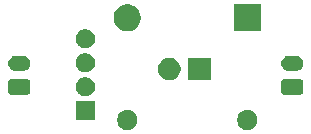
<source format=gbr>
G04 #@! TF.GenerationSoftware,KiCad,Pcbnew,(5.1.5)-3*
G04 #@! TF.CreationDate,2020-06-19T18:53:09+01:00*
G04 #@! TF.ProjectId,gardenlight,67617264-656e-46c6-9967-68742e6b6963,1.0.1*
G04 #@! TF.SameCoordinates,Original*
G04 #@! TF.FileFunction,Soldermask,Bot*
G04 #@! TF.FilePolarity,Negative*
%FSLAX46Y46*%
G04 Gerber Fmt 4.6, Leading zero omitted, Abs format (unit mm)*
G04 Created by KiCad (PCBNEW (5.1.5)-3) date 2020-06-19 18:53:09*
%MOMM*%
%LPD*%
G04 APERTURE LIST*
%ADD10C,0.150000*%
G04 APERTURE END LIST*
D10*
G36*
X109722169Y-91637895D02*
G01*
X109877005Y-91702031D01*
X110016354Y-91795140D01*
X110134860Y-91913646D01*
X110227969Y-92052995D01*
X110292105Y-92207831D01*
X110324800Y-92372203D01*
X110324800Y-92539797D01*
X110292105Y-92704169D01*
X110227969Y-92859005D01*
X110134860Y-92998354D01*
X110016354Y-93116860D01*
X109877005Y-93209969D01*
X109722169Y-93274105D01*
X109557797Y-93306800D01*
X109390203Y-93306800D01*
X109225831Y-93274105D01*
X109070995Y-93209969D01*
X108931646Y-93116860D01*
X108813140Y-92998354D01*
X108720031Y-92859005D01*
X108655895Y-92704169D01*
X108623200Y-92539797D01*
X108623200Y-92372203D01*
X108655895Y-92207831D01*
X108720031Y-92052995D01*
X108813140Y-91913646D01*
X108931646Y-91795140D01*
X109070995Y-91702031D01*
X109225831Y-91637895D01*
X109390203Y-91605200D01*
X109557797Y-91605200D01*
X109722169Y-91637895D01*
G37*
G36*
X119882169Y-91637895D02*
G01*
X120037005Y-91702031D01*
X120176354Y-91795140D01*
X120294860Y-91913646D01*
X120387969Y-92052995D01*
X120452105Y-92207831D01*
X120484800Y-92372203D01*
X120484800Y-92539797D01*
X120452105Y-92704169D01*
X120387969Y-92859005D01*
X120294860Y-92998354D01*
X120176354Y-93116860D01*
X120037005Y-93209969D01*
X119882169Y-93274105D01*
X119717797Y-93306800D01*
X119550203Y-93306800D01*
X119385831Y-93274105D01*
X119230995Y-93209969D01*
X119091646Y-93116860D01*
X118973140Y-92998354D01*
X118880031Y-92859005D01*
X118815895Y-92704169D01*
X118783200Y-92539797D01*
X118783200Y-92372203D01*
X118815895Y-92207831D01*
X118880031Y-92052995D01*
X118973140Y-91913646D01*
X119091646Y-91795140D01*
X119230995Y-91702031D01*
X119385831Y-91637895D01*
X119550203Y-91605200D01*
X119717797Y-91605200D01*
X119882169Y-91637895D01*
G37*
G36*
X106730800Y-92506800D02*
G01*
X105105200Y-92506800D01*
X105105200Y-90881200D01*
X106730800Y-90881200D01*
X106730800Y-92506800D01*
G37*
G36*
X106155086Y-88880435D02*
G01*
X106303003Y-88941704D01*
X106436134Y-89030660D01*
X106549340Y-89143866D01*
X106638296Y-89276997D01*
X106699565Y-89424914D01*
X106730800Y-89581946D01*
X106730800Y-89742054D01*
X106699565Y-89899086D01*
X106638296Y-90047003D01*
X106549340Y-90180134D01*
X106436134Y-90293340D01*
X106303003Y-90382296D01*
X106155086Y-90443565D01*
X105998054Y-90474800D01*
X105837946Y-90474800D01*
X105680914Y-90443565D01*
X105532997Y-90382296D01*
X105399866Y-90293340D01*
X105286660Y-90180134D01*
X105197704Y-90047003D01*
X105136435Y-89899086D01*
X105105200Y-89742054D01*
X105105200Y-89581946D01*
X105136435Y-89424914D01*
X105197704Y-89276997D01*
X105286660Y-89143866D01*
X105399866Y-89030660D01*
X105532997Y-88941704D01*
X105680914Y-88880435D01*
X105837946Y-88849200D01*
X105998054Y-88849200D01*
X106155086Y-88880435D01*
G37*
G36*
X124175336Y-89016081D02*
G01*
X124220607Y-89029814D01*
X124262319Y-89052110D01*
X124298883Y-89082117D01*
X124328890Y-89118681D01*
X124351186Y-89160393D01*
X124364919Y-89205664D01*
X124369800Y-89255224D01*
X124369800Y-90068776D01*
X124364919Y-90118336D01*
X124351186Y-90163607D01*
X124328890Y-90205319D01*
X124298883Y-90241883D01*
X124262319Y-90271890D01*
X124220607Y-90294186D01*
X124175336Y-90307919D01*
X124125776Y-90312800D01*
X122762224Y-90312800D01*
X122712664Y-90307919D01*
X122667393Y-90294186D01*
X122625681Y-90271890D01*
X122589117Y-90241883D01*
X122559110Y-90205319D01*
X122536814Y-90163607D01*
X122523081Y-90118336D01*
X122518200Y-90068776D01*
X122518200Y-89255224D01*
X122523081Y-89205664D01*
X122536814Y-89160393D01*
X122559110Y-89118681D01*
X122589117Y-89082117D01*
X122625681Y-89052110D01*
X122667393Y-89029814D01*
X122712664Y-89016081D01*
X122762224Y-89011200D01*
X124125776Y-89011200D01*
X124175336Y-89016081D01*
G37*
G36*
X101061336Y-89016081D02*
G01*
X101106607Y-89029814D01*
X101148319Y-89052110D01*
X101184883Y-89082117D01*
X101214890Y-89118681D01*
X101237186Y-89160393D01*
X101250919Y-89205664D01*
X101255800Y-89255224D01*
X101255800Y-90068776D01*
X101250919Y-90118336D01*
X101237186Y-90163607D01*
X101214890Y-90205319D01*
X101184883Y-90241883D01*
X101148319Y-90271890D01*
X101106607Y-90294186D01*
X101061336Y-90307919D01*
X101011776Y-90312800D01*
X99648224Y-90312800D01*
X99598664Y-90307919D01*
X99553393Y-90294186D01*
X99511681Y-90271890D01*
X99475117Y-90241883D01*
X99445110Y-90205319D01*
X99422814Y-90163607D01*
X99409081Y-90118336D01*
X99404200Y-90068776D01*
X99404200Y-89255224D01*
X99409081Y-89205664D01*
X99422814Y-89160393D01*
X99445110Y-89118681D01*
X99475117Y-89082117D01*
X99511681Y-89052110D01*
X99553393Y-89029814D01*
X99598664Y-89016081D01*
X99648224Y-89011200D01*
X101011776Y-89011200D01*
X101061336Y-89016081D01*
G37*
G36*
X116520800Y-89088800D02*
G01*
X114619200Y-89088800D01*
X114619200Y-87187200D01*
X116520800Y-87187200D01*
X116520800Y-89088800D01*
G37*
G36*
X113307338Y-87223738D02*
G01*
X113480373Y-87295412D01*
X113636100Y-87399465D01*
X113768535Y-87531900D01*
X113872588Y-87687627D01*
X113944262Y-87860662D01*
X113980800Y-88044354D01*
X113980800Y-88231646D01*
X113944262Y-88415338D01*
X113872588Y-88588373D01*
X113768535Y-88744100D01*
X113636100Y-88876535D01*
X113480373Y-88980588D01*
X113307338Y-89052262D01*
X113123646Y-89088800D01*
X112936354Y-89088800D01*
X112752662Y-89052262D01*
X112579627Y-88980588D01*
X112423900Y-88876535D01*
X112291465Y-88744100D01*
X112187412Y-88588373D01*
X112115738Y-88415338D01*
X112079200Y-88231646D01*
X112079200Y-88044354D01*
X112115738Y-87860662D01*
X112187412Y-87687627D01*
X112291465Y-87531900D01*
X112423900Y-87399465D01*
X112579627Y-87295412D01*
X112752662Y-87223738D01*
X112936354Y-87187200D01*
X113123646Y-87187200D01*
X113307338Y-87223738D01*
G37*
G36*
X106155086Y-86848435D02*
G01*
X106303003Y-86909704D01*
X106436134Y-86998660D01*
X106549340Y-87111866D01*
X106549342Y-87111869D01*
X106549343Y-87111870D01*
X106578721Y-87155837D01*
X106638296Y-87244997D01*
X106699565Y-87392914D01*
X106730800Y-87549946D01*
X106730800Y-87710054D01*
X106699565Y-87867086D01*
X106638296Y-88015003D01*
X106549340Y-88148134D01*
X106436134Y-88261340D01*
X106436131Y-88261342D01*
X106436130Y-88261343D01*
X106392163Y-88290721D01*
X106303003Y-88350296D01*
X106155086Y-88411565D01*
X105998054Y-88442800D01*
X105837946Y-88442800D01*
X105680914Y-88411565D01*
X105532997Y-88350296D01*
X105443837Y-88290721D01*
X105399870Y-88261343D01*
X105399869Y-88261342D01*
X105399866Y-88261340D01*
X105286660Y-88148134D01*
X105197704Y-88015003D01*
X105136435Y-87867086D01*
X105105200Y-87710054D01*
X105105200Y-87549946D01*
X105136435Y-87392914D01*
X105197704Y-87244997D01*
X105257279Y-87155837D01*
X105286657Y-87111870D01*
X105286658Y-87111869D01*
X105286660Y-87111866D01*
X105399866Y-86998660D01*
X105532997Y-86909704D01*
X105680914Y-86848435D01*
X105837946Y-86817200D01*
X105998054Y-86817200D01*
X106155086Y-86848435D01*
G37*
G36*
X100732575Y-87020616D02*
G01*
X100732578Y-87020617D01*
X100732579Y-87020617D01*
X100761343Y-87029343D01*
X100855254Y-87057830D01*
X100911785Y-87088047D01*
X100968314Y-87118262D01*
X100968316Y-87118263D01*
X100968315Y-87118263D01*
X101067411Y-87199589D01*
X101148737Y-87298685D01*
X101209170Y-87411746D01*
X101246384Y-87534425D01*
X101258949Y-87662000D01*
X101246384Y-87789575D01*
X101209170Y-87912254D01*
X101209169Y-87912255D01*
X101148738Y-88025314D01*
X101067411Y-88124411D01*
X100968314Y-88205738D01*
X100919843Y-88231646D01*
X100855254Y-88266170D01*
X100761343Y-88294657D01*
X100732579Y-88303383D01*
X100732578Y-88303383D01*
X100732575Y-88303384D01*
X100636969Y-88312800D01*
X100023031Y-88312800D01*
X99927425Y-88303384D01*
X99927422Y-88303383D01*
X99927421Y-88303383D01*
X99898657Y-88294657D01*
X99804746Y-88266170D01*
X99740157Y-88231646D01*
X99691686Y-88205738D01*
X99592589Y-88124411D01*
X99511262Y-88025314D01*
X99450831Y-87912255D01*
X99450830Y-87912254D01*
X99413616Y-87789575D01*
X99401051Y-87662000D01*
X99413616Y-87534425D01*
X99450830Y-87411746D01*
X99511263Y-87298685D01*
X99592589Y-87199589D01*
X99691685Y-87118263D01*
X99691684Y-87118263D01*
X99691686Y-87118262D01*
X99748215Y-87088047D01*
X99804746Y-87057830D01*
X99898657Y-87029343D01*
X99927421Y-87020617D01*
X99927422Y-87020617D01*
X99927425Y-87020616D01*
X100023031Y-87011200D01*
X100636969Y-87011200D01*
X100732575Y-87020616D01*
G37*
G36*
X123846575Y-87020616D02*
G01*
X123846578Y-87020617D01*
X123846579Y-87020617D01*
X123875343Y-87029343D01*
X123969254Y-87057830D01*
X124025785Y-87088047D01*
X124082314Y-87118262D01*
X124082316Y-87118263D01*
X124082315Y-87118263D01*
X124181411Y-87199589D01*
X124262737Y-87298685D01*
X124323170Y-87411746D01*
X124360384Y-87534425D01*
X124372949Y-87662000D01*
X124360384Y-87789575D01*
X124323170Y-87912254D01*
X124323169Y-87912255D01*
X124262738Y-88025314D01*
X124181411Y-88124411D01*
X124082314Y-88205738D01*
X124033843Y-88231646D01*
X123969254Y-88266170D01*
X123875343Y-88294657D01*
X123846579Y-88303383D01*
X123846578Y-88303383D01*
X123846575Y-88303384D01*
X123750969Y-88312800D01*
X123137031Y-88312800D01*
X123041425Y-88303384D01*
X123041422Y-88303383D01*
X123041421Y-88303383D01*
X123012657Y-88294657D01*
X122918746Y-88266170D01*
X122854157Y-88231646D01*
X122805686Y-88205738D01*
X122706589Y-88124411D01*
X122625262Y-88025314D01*
X122564831Y-87912255D01*
X122564830Y-87912254D01*
X122527616Y-87789575D01*
X122515051Y-87662000D01*
X122527616Y-87534425D01*
X122564830Y-87411746D01*
X122625263Y-87298685D01*
X122706589Y-87199589D01*
X122805685Y-87118263D01*
X122805684Y-87118263D01*
X122805686Y-87118262D01*
X122862215Y-87088047D01*
X122918746Y-87057830D01*
X123012657Y-87029343D01*
X123041421Y-87020617D01*
X123041422Y-87020617D01*
X123041425Y-87020616D01*
X123137031Y-87011200D01*
X123750969Y-87011200D01*
X123846575Y-87020616D01*
G37*
G36*
X106155086Y-84816435D02*
G01*
X106303003Y-84877704D01*
X106436134Y-84966660D01*
X106549340Y-85079866D01*
X106638296Y-85212997D01*
X106699565Y-85360914D01*
X106730800Y-85517946D01*
X106730800Y-85678054D01*
X106699565Y-85835086D01*
X106638296Y-85983003D01*
X106549340Y-86116134D01*
X106436134Y-86229340D01*
X106303003Y-86318296D01*
X106155086Y-86379565D01*
X105998054Y-86410800D01*
X105837946Y-86410800D01*
X105680914Y-86379565D01*
X105532997Y-86318296D01*
X105399866Y-86229340D01*
X105286660Y-86116134D01*
X105197704Y-85983003D01*
X105136435Y-85835086D01*
X105105200Y-85678054D01*
X105105200Y-85517946D01*
X105136435Y-85360914D01*
X105197704Y-85212997D01*
X105286660Y-85079866D01*
X105399866Y-84966660D01*
X105532997Y-84877704D01*
X105680914Y-84816435D01*
X105837946Y-84785200D01*
X105998054Y-84785200D01*
X106155086Y-84816435D01*
G37*
G36*
X109809676Y-82713425D02*
G01*
X110019109Y-82800174D01*
X110207594Y-82926116D01*
X110367884Y-83086406D01*
X110493826Y-83274891D01*
X110580575Y-83484324D01*
X110624800Y-83706656D01*
X110624800Y-83933344D01*
X110580575Y-84155676D01*
X110493826Y-84365109D01*
X110367884Y-84553594D01*
X110207594Y-84713884D01*
X110019109Y-84839826D01*
X109809676Y-84926575D01*
X109587344Y-84970800D01*
X109360656Y-84970800D01*
X109138324Y-84926575D01*
X108928891Y-84839826D01*
X108740406Y-84713884D01*
X108580116Y-84553594D01*
X108454174Y-84365109D01*
X108367425Y-84155676D01*
X108323200Y-83933344D01*
X108323200Y-83706656D01*
X108367425Y-83484324D01*
X108454174Y-83274891D01*
X108580116Y-83086406D01*
X108740406Y-82926116D01*
X108928891Y-82800174D01*
X109138324Y-82713425D01*
X109360656Y-82669200D01*
X109587344Y-82669200D01*
X109809676Y-82713425D01*
G37*
G36*
X120784800Y-84970800D02*
G01*
X118483200Y-84970800D01*
X118483200Y-82669200D01*
X120784800Y-82669200D01*
X120784800Y-84970800D01*
G37*
M02*

</source>
